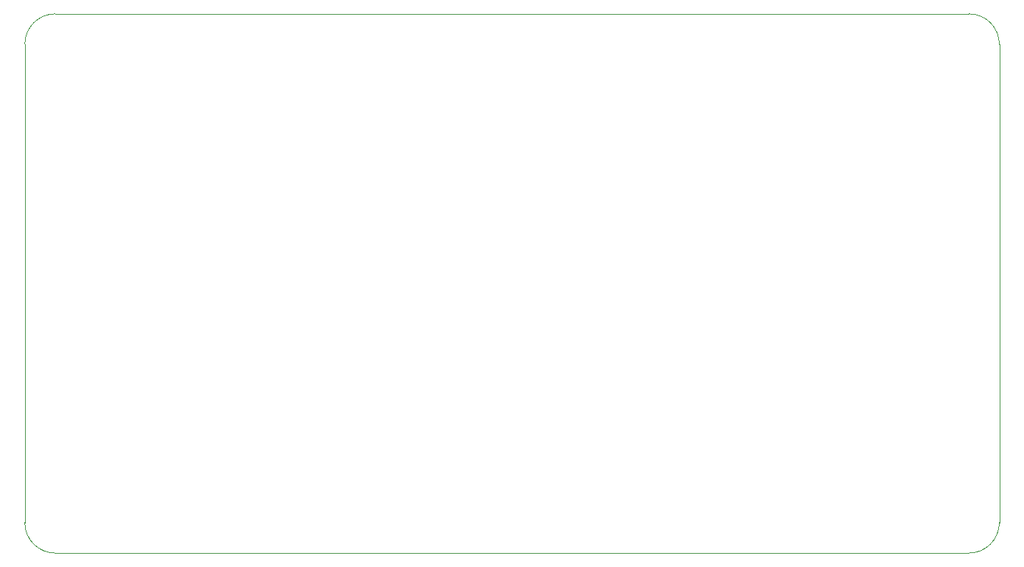
<source format=gm1>
G04 #@! TF.GenerationSoftware,KiCad,Pcbnew,6.0.1-79c1e3a40b~116~ubuntu20.04.1*
G04 #@! TF.CreationDate,2022-02-07T23:27:11+01:00*
G04 #@! TF.ProjectId,CC dimmer low voltage,43432064-696d-46d6-9572-206c6f772076,0.996*
G04 #@! TF.SameCoordinates,Original*
G04 #@! TF.FileFunction,Profile,NP*
%FSLAX46Y46*%
G04 Gerber Fmt 4.6, Leading zero omitted, Abs format (unit mm)*
G04 Created by KiCad (PCBNEW 6.0.1-79c1e3a40b~116~ubuntu20.04.1) date 2022-02-07 23:27:11*
%MOMM*%
%LPD*%
G01*
G04 APERTURE LIST*
G04 #@! TA.AperFunction,Profile*
%ADD10C,0.100000*%
G04 #@! TD*
G04 APERTURE END LIST*
D10*
X210970000Y-62580000D02*
G75*
G03*
X207470000Y-59080000I-3499999J1D01*
G01*
X98970000Y-117580000D02*
G75*
G03*
X102470000Y-121080000I3499999J-1D01*
G01*
X102470000Y-59080000D02*
G75*
G03*
X98970000Y-62580000I-1J-3499999D01*
G01*
X207470000Y-121080000D02*
G75*
G03*
X210970000Y-117580000I1J3499999D01*
G01*
X102470000Y-59080000D02*
X207470000Y-59080000D01*
X210970000Y-62580000D02*
X210970000Y-117580000D01*
X98970000Y-62580000D02*
X98970000Y-117580000D01*
X102470000Y-121080000D02*
X207470000Y-121080000D01*
M02*

</source>
